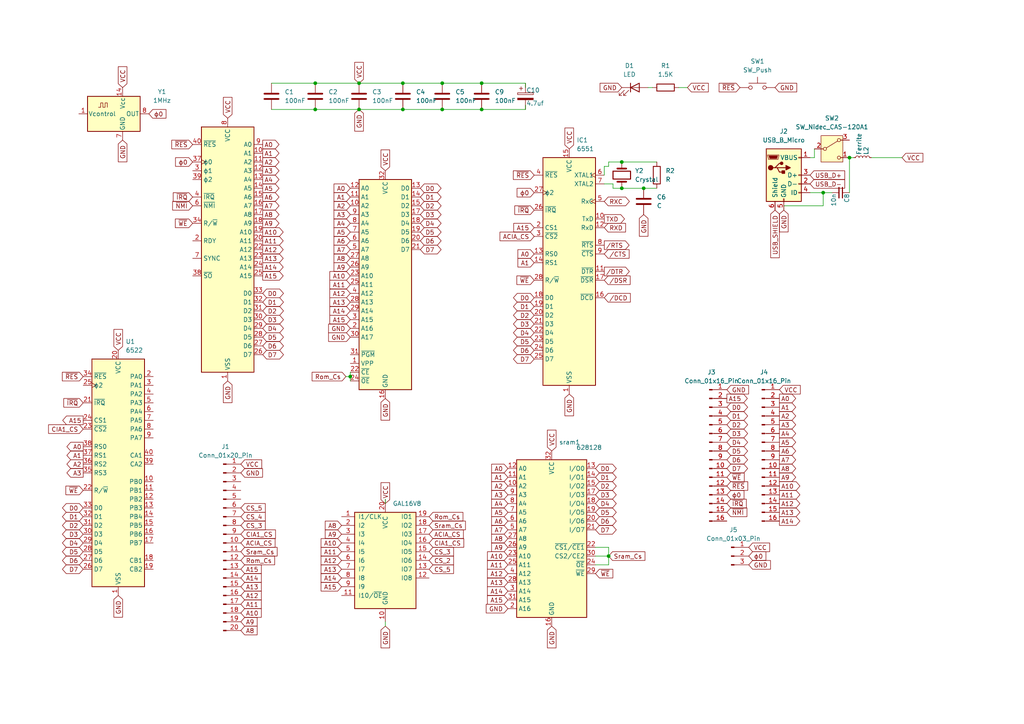
<source format=kicad_sch>
(kicad_sch (version 20250114) (generator "eeschema") (generator_version "9.0")
  (paper "A4")
  (junction (at 91.44 31.75))
  (junction (at 246.38 45.72))
  (junction (at 128.27 31.75))
  (junction (at 104.14 24.13))
  (junction (at 176.53 161.29))
  (junction (at 139.7 31.75))
  (junction (at 116.84 31.75))
  (junction (at 180.34 46.99))
  (junction (at 180.34 54.61))
  (junction (at 128.27 24.13))
  (junction (at 238.76 55.88))
  (junction (at 101.6 109.22))
  (junction (at 186.69 54.61))
  (junction (at 116.84 24.13))
  (junction (at 91.44 24.13))
  (junction (at 104.14 31.75))
  (junction (at 139.7 24.13))
  (wire (pts (xy 152.4 31.75) (xy 152.4 30.48)))
  (wire (pts (xy 177.8 53.34) (xy 177.8 54.61)))
  (wire (pts (xy 172.72 158.75) (xy 176.53 158.75)))
  (wire (pts (xy 238.76 55.88) (xy 234.95 55.88)))
  (wire (pts (xy 111.76 144.78) (xy 111.76 146.05)))
  (wire (pts (xy 246.38 45.72) (xy 246.38 55.88)))
  (wire (pts (xy 139.7 31.75) (xy 152.4 31.75)))
  (wire (pts (xy 139.7 24.13) (xy 152.4 24.13)))
  (wire (pts (xy 175.26 48.26) (xy 175.26 50.8)))
  (wire (pts (xy 176.53 158.75) (xy 176.53 161.29)))
  (wire (pts (xy 116.84 24.13) (xy 128.27 24.13)))
  (wire (pts (xy 101.6 109.22) (xy 101.6 110.49)))
  (wire (pts (xy 242.57 -125.73) (xy 238.76 -125.73)))
  (wire (pts (xy 177.8 54.61) (xy 180.34 54.61)))
  (wire (pts (xy 152.4 24.13) (xy 152.4 25.4)))
  (wire (pts (xy 252.73 45.72) (xy 261.62 45.72)))
  (wire (pts (xy 91.44 31.75) (xy 104.14 31.75)))
  (wire (pts (xy 186.69 54.61) (xy 190.5 54.61)))
  (wire (pts (xy 100.33 109.22) (xy 101.6 109.22)))
  (wire (pts (xy 245.11 -128.27) (xy 245.11 -132.08)))
  (wire (pts (xy 176.53 48.26) (xy 176.53 46.99)))
  (wire (pts (xy 111.76 180.34) (xy 111.76 181.61)))
  (wire (pts (xy 91.44 24.13) (xy 104.14 24.13)))
  (wire (pts (xy 238.76 -128.27) (xy 245.11 -128.27)))
  (wire (pts (xy 187.96 25.4) (xy 189.23 25.4)))
  (wire (pts (xy 234.95 45.72) (xy 236.22 45.72)))
  (wire (pts (xy 175.26 48.26) (xy 176.53 48.26)))
  (wire (pts (xy 246.38 45.72) (xy 247.65 45.72)))
  (wire (pts (xy 128.27 31.75) (xy 139.7 31.75)))
  (wire (pts (xy 176.53 161.29) (xy 176.53 163.83)))
  (wire (pts (xy 172.72 163.83) (xy 176.53 163.83)))
  (wire (pts (xy 241.3 55.88) (xy 238.76 55.88)))
  (wire (pts (xy 238.76 55.88) (xy 238.76 59.69)))
  (wire (pts (xy 104.14 24.13) (xy 116.84 24.13)))
  (wire (pts (xy 176.53 46.99) (xy 180.34 46.99)))
  (wire (pts (xy 78.74 31.75) (xy 91.44 31.75)))
  (wire (pts (xy 172.72 161.29) (xy 176.53 161.29)))
  (wire (pts (xy 238.76 59.69) (xy 227.33 59.69)))
  (wire (pts (xy 101.6 107.95) (xy 101.6 109.22)))
  (wire (pts (xy 116.84 31.75) (xy 128.27 31.75)))
  (wire (pts (xy 236.22 45.72) (xy 236.22 43.18)))
  (wire (pts (xy 180.34 54.61) (xy 186.69 54.61)))
  (wire (pts (xy 104.14 31.75) (xy 116.84 31.75)))
  (wire (pts (xy 196.85 25.4) (xy 199.39 25.4)))
  (wire (pts (xy 175.26 53.34) (xy 177.8 53.34)))
  (wire (pts (xy 128.27 24.13) (xy 139.7 24.13)))
  (wire (pts (xy 227.33 59.69) (xy 227.33 60.96)))
  (wire (pts (xy 180.34 46.99) (xy 190.5 46.99)))
  (wire (pts (xy 242.57 -123.19) (xy 242.57 -125.73)))
  (wire (pts (xy 78.74 24.13) (xy 91.44 24.13)))
  (global_label "D2" (shape tri_state) (at 172.72 140.97 0) (property "Intersheetrefs" "${INTERSHEET_REFS}" (effects (hide yes))))
  (global_label "GND" (shape input) (at 101.6 97.79 180) (property "Intersheetrefs" "${INTERSHEET_REFS}" (effects (hide yes))))
  (global_label "CS_3" (shape input) (at 69.85 152.4 0) (property "Intersheetrefs" "${INTERSHEET_REFS}" (effects (hide yes))))
  (global_label "A8" (shape input) (at 99.06 152.4 180) (property "Intersheetrefs" "${INTERSHEET_REFS}" (effects (hide yes))))
  (global_label "A12" (shape input) (at 99.06 162.56 180) (property "Intersheetrefs" "${INTERSHEET_REFS}" (effects (hide yes))))
  (global_label "A9" (shape output) (at 226.06 138.43 0) (property "Intersheetrefs" "${INTERSHEET_REFS}" (effects (hide yes))))
  (global_label "D2" (shape bidirectional) (at 76.2 90.17 0) (property "Intersheetrefs" "${INTERSHEET_REFS}" (effects (hide yes))))
  (global_label "VCC" (shape input) (at 255.27 -123.19 0) (property "Intersheetrefs" "${INTERSHEET_REFS}" (effects (hide yes))))
  (global_label "A14" (shape output) (at 226.06 151.13 0) (property "Intersheetrefs" "${INTERSHEET_REFS}" (effects (hide yes))))
  (global_label "~{RES}" (shape input) (at 210.82 140.97 0) (property "Intersheetrefs" "${INTERSHEET_REFS}" (effects (hide yes))))
  (global_label "D2" (shape bidirectional) (at 24.13 152.4 180) (property "Intersheetrefs" "${INTERSHEET_REFS}" (effects (hide yes))))
  (global_label "USB_D-" (shape input) (at 234.95 53.34 0) (property "Intersheetrefs" "${INTERSHEET_REFS}" (effects (hide yes))))
  (global_label "A15" (shape input) (at 154.94 66.04 180) (property "Intersheetrefs" "${INTERSHEET_REFS}" (effects (hide yes))))
  (global_label "GND" (shape input) (at 165.1 114.3 270) (property "Intersheetrefs" "${INTERSHEET_REFS}" (effects (hide yes))))
  (global_label "D7" (shape tri_state) (at 154.94 104.14 180) (property "Intersheetrefs" "${INTERSHEET_REFS}" (effects (hide yes))))
  (global_label "~{RES}" (shape input) (at 24.13 109.22 180) (property "Intersheetrefs" "${INTERSHEET_REFS}" (effects (hide yes))))
  (global_label "D0" (shape tri_state) (at 154.94 86.36 180) (property "Intersheetrefs" "${INTERSHEET_REFS}" (effects (hide yes))))
  (global_label "D1" (shape tri_state) (at 154.94 88.9 180) (property "Intersheetrefs" "${INTERSHEET_REFS}" (effects (hide yes))))
  (global_label "ϕ0" (shape input) (at 43.18 33.02 0) (property "Intersheetrefs" "${INTERSHEET_REFS}" (effects (hide yes))))
  (global_label "A5" (shape input) (at 147.32 148.59 180) (property "Intersheetrefs" "${INTERSHEET_REFS}" (effects (hide yes))))
  (global_label "A9" (shape input) (at 69.85 180.34 0) (property "Intersheetrefs" "${INTERSHEET_REFS}" (effects (hide yes))))
  (global_label "A8" (shape input) (at 69.85 182.88 0) (property "Intersheetrefs" "${INTERSHEET_REFS}" (effects (hide yes))))
  (global_label "A1" (shape input) (at 147.32 138.43 180) (property "Intersheetrefs" "${INTERSHEET_REFS}" (effects (hide yes))))
  (global_label "~{WE}" (shape input) (at 210.82 138.43 0) (property "Intersheetrefs" "${INTERSHEET_REFS}" (effects (hide yes))))
  (global_label "VCC" (shape input) (at 220.98 -161.29 90) (property "Intersheetrefs" "${INTERSHEET_REFS}" (effects (hide yes))))
  (global_label "~{IRQ}" (shape input) (at 154.94 60.96 180) (property "Intersheetrefs" "${INTERSHEET_REFS}" (effects (hide yes))))
  (global_label "D4" (shape bidirectional) (at 76.2 95.25 0) (property "Intersheetrefs" "${INTERSHEET_REFS}" (effects (hide yes))))
  (global_label "/CTS" (shape input) (at 175.26 73.66 0) (property "Intersheetrefs" "${INTERSHEET_REFS}" (effects (hide yes))))
  (global_label "D1" (shape tri_state) (at 172.72 138.43 0) (property "Intersheetrefs" "${INTERSHEET_REFS}" (effects (hide yes))))
  (global_label "VCC" (shape input) (at 160.02 130.81 90) (property "Intersheetrefs" "${INTERSHEET_REFS}" (effects (hide yes))))
  (global_label "A13" (shape input) (at 147.32 168.91 180) (property "Intersheetrefs" "${INTERSHEET_REFS}" (effects (hide yes))))
  (global_label "A11" (shape input) (at 147.32 163.83 180) (property "Intersheetrefs" "${INTERSHEET_REFS}" (effects (hide yes))))
  (global_label "VCC" (shape input) (at 257.81 -132.08 0) (property "Intersheetrefs" "${INTERSHEET_REFS}" (effects (hide yes))))
  (global_label "ϕ0" (shape input) (at 154.94 55.88 180) (property "Intersheetrefs" "${INTERSHEET_REFS}" (effects (hide yes))))
  (global_label "A0" (shape input) (at 147.32 135.89 180) (property "Intersheetrefs" "${INTERSHEET_REFS}" (effects (hide yes))))
  (global_label "GND" (shape input) (at 227.33 60.96 270) (property "Intersheetrefs" "${INTERSHEET_REFS}" (effects (hide yes))))
  (global_label "A13" (shape input) (at 99.06 165.1 180) (property "Intersheetrefs" "${INTERSHEET_REFS}" (effects (hide yes))))
  (global_label "USB_D-" (shape input) (at 198.12 -143.51 180) (property "Intersheetrefs" "${INTERSHEET_REFS}" (effects (hide yes))))
  (global_label "D6" (shape tri_state) (at 121.92 69.85 0) (property "Intersheetrefs" "${INTERSHEET_REFS}" (effects (hide yes))))
  (global_label "D5" (shape tri_state) (at 172.72 148.59 0) (property "Intersheetrefs" "${INTERSHEET_REFS}" (effects (hide yes))))
  (global_label "VCC" (shape input) (at 199.39 25.4 0) (property "Intersheetrefs" "${INTERSHEET_REFS}" (effects (hide yes))))
  (global_label "CS_2" (shape input) (at 124.46 162.56 0) (property "Intersheetrefs" "${INTERSHEET_REFS}" (effects (hide yes))))
  (global_label "VCC" (shape input) (at 111.76 146.05 90) (property "Intersheetrefs" "${INTERSHEET_REFS}" (effects (hide yes))))
  (global_label "VCC" (shape input) (at 111.76 49.53 90) (property "Intersheetrefs" "${INTERSHEET_REFS}" (effects (hide yes))))
  (global_label "D1" (shape tri_state) (at 210.82 120.65 0) (property "Intersheetrefs" "${INTERSHEET_REFS}" (effects (hide yes))))
  (global_label "A7" (shape output) (at 76.2 59.69 0) (property "Intersheetrefs" "${INTERSHEET_REFS}" (effects (hide yes))))
  (global_label "~{WE}" (shape input) (at 24.13 142.24 180) (property "Intersheetrefs" "${INTERSHEET_REFS}" (effects (hide yes))))
  (global_label "A12" (shape output) (at 226.06 146.05 0) (property "Intersheetrefs" "${INTERSHEET_REFS}" (effects (hide yes))))
  (global_label "A13" (shape input) (at 69.85 170.18 0) (property "Intersheetrefs" "${INTERSHEET_REFS}" (effects (hide yes))))
  (global_label "A8" (shape output) (at 226.06 135.89 0) (property "Intersheetrefs" "${INTERSHEET_REFS}" (effects (hide yes))))
  (global_label "D0" (shape tri_state) (at 172.72 135.89 0) (property "Intersheetrefs" "${INTERSHEET_REFS}" (effects (hide yes))))
  (global_label "VCC" (shape input) (at 34.29 101.6 90) (property "Intersheetrefs" "${INTERSHEET_REFS}" (effects (hide yes))))
  (global_label "A0" (shape input) (at 154.94 73.66 180) (property "Intersheetrefs" "${INTERSHEET_REFS}" (effects (hide yes))))
  (global_label "~{IRQ}" (shape input) (at 24.13 116.84 180) (property "Intersheetrefs" "${INTERSHEET_REFS}" (effects (hide yes))))
  (global_label "A5" (shape output) (at 76.2 54.61 0) (property "Intersheetrefs" "${INTERSHEET_REFS}" (effects (hide yes))))
  (global_label "A8" (shape output) (at 76.2 62.23 0) (property "Intersheetrefs" "${INTERSHEET_REFS}" (effects (hide yes))))
  (global_label "TXD" (shape output) (at 238.76 -153.67 0) (property "Intersheetrefs" "${INTERSHEET_REFS}" (effects (hide yes))))
  (global_label "A1" (shape output) (at 24.13 132.08 180) (property "Intersheetrefs" "${INTERSHEET_REFS}" (effects (hide yes))))
  (global_label "A9" (shape input) (at 147.32 158.75 180) (property "Intersheetrefs" "${INTERSHEET_REFS}" (effects (hide yes))))
  (global_label "A3" (shape output) (at 226.06 123.19 0) (property "Intersheetrefs" "${INTERSHEET_REFS}" (effects (hide yes))))
  (global_label "D4" (shape tri_state) (at 154.94 96.52 180) (property "Intersheetrefs" "${INTERSHEET_REFS}" (effects (hide yes))))
  (global_label "GND" (shape input) (at 193.04 -153.67 180) (property "Intersheetrefs" "${INTERSHEET_REFS}" (effects (hide yes))))
  (global_label "D3" (shape tri_state) (at 154.94 93.98 180) (property "Intersheetrefs" "${INTERSHEET_REFS}" (effects (hide yes))))
  (global_label "A6" (shape output) (at 226.06 130.81 0) (property "Intersheetrefs" "${INTERSHEET_REFS}" (effects (hide yes))))
  (global_label "A2" (shape input) (at 101.6 59.69 180) (property "Intersheetrefs" "${INTERSHEET_REFS}" (effects (hide yes))))
  (global_label "USB_SHIELD" (shape input) (at 224.79 60.96 270) (property "Intersheetrefs" "${INTERSHEET_REFS}" (effects (hide yes))))
  (global_label "GND" (shape input) (at 198.12 -118.11 180) (property "Intersheetrefs" "${INTERSHEET_REFS}" (effects (hide yes))))
  (global_label "Sram_Cs" (shape input) (at 176.53 161.29 0) (property "Intersheetrefs" "${INTERSHEET_REFS}" (effects (hide yes))))
  (global_label "D6" (shape bidirectional) (at 24.13 162.56 180) (property "Intersheetrefs" "${INTERSHEET_REFS}" (effects (hide yes))))
  (global_label "D7" (shape bidirectional) (at 24.13 165.1 180) (property "Intersheetrefs" "${INTERSHEET_REFS}" (effects (hide yes))))
  (global_label "A5" (shape input) (at 101.6 67.31 180) (property "Intersheetrefs" "${INTERSHEET_REFS}" (effects (hide yes))))
  (global_label "A11" (shape input) (at 101.6 82.55 180) (property "Intersheetrefs" "${INTERSHEET_REFS}" (effects (hide yes))))
  (global_label "D3" (shape bidirectional) (at 24.13 154.94 180) (property "Intersheetrefs" "${INTERSHEET_REFS}" (effects (hide yes))))
  (global_label "~{WE}" (shape input) (at 55.88 64.77 180) (property "Intersheetrefs" "${INTERSHEET_REFS}" (effects (hide yes))))
  (global_label "TXD" (shape output) (at 175.26 63.5 0) (property "Intersheetrefs" "${INTERSHEET_REFS}" (effects (hide yes))))
  (global_label "A11" (shape output) (at 226.06 143.51 0) (property "Intersheetrefs" "${INTERSHEET_REFS}" (effects (hide yes))))
  (global_label "VCC" (shape input) (at 35.56 25.4 90) (property "Intersheetrefs" "${INTERSHEET_REFS}" (effects (hide yes))))
  (global_label "ACIA_CS" (shape input) (at 69.85 157.48 0) (property "Intersheetrefs" "${INTERSHEET_REFS}" (effects (hide yes))))
  (global_label "CIA1_CS" (shape input) (at 24.13 124.46 180) (property "Intersheetrefs" "${INTERSHEET_REFS}" (effects (hide yes))))
  (global_label "VCC" (shape input) (at 261.62 45.72 0) (property "Intersheetrefs" "${INTERSHEET_REFS}" (effects (hide yes))))
  (global_label "USB_D+" (shape input) (at 234.95 50.8 0) (property "Intersheetrefs" "${INTERSHEET_REFS}" (effects (hide yes))))
  (global_label "A11" (shape input) (at 99.06 160.02 180) (property "Intersheetrefs" "${INTERSHEET_REFS}" (effects (hide yes))))
  (global_label "A2" (shape input) (at 147.32 140.97 180) (property "Intersheetrefs" "${INTERSHEET_REFS}" (effects (hide yes))))
  (global_label "A3" (shape input) (at 147.32 143.51 180) (property "Intersheetrefs" "${INTERSHEET_REFS}" (effects (hide yes))))
  (global_label "A11" (shape output) (at 76.2 69.85 0) (property "Intersheetrefs" "${INTERSHEET_REFS}" (effects (hide yes))))
  (global_label "CS_5" (shape input) (at 69.85 147.32 0) (property "Intersheetrefs" "${INTERSHEET_REFS}" (effects (hide yes))))
  (global_label "CS_4" (shape input) (at 69.85 149.86 0) (property "Intersheetrefs" "${INTERSHEET_REFS}" (effects (hide yes))))
  (global_label "Sram_Cs" (shape input) (at 69.85 160.02 0) (property "Intersheetrefs" "${INTERSHEET_REFS}" (effects (hide yes))))
  (global_label "A6" (shape input) (at 147.32 151.13 180) (property "Intersheetrefs" "${INTERSHEET_REFS}" (effects (hide yes))))
  (global_label "A11" (shape input) (at 69.85 175.26 0) (property "Intersheetrefs" "${INTERSHEET_REFS}" (effects (hide yes))))
  (global_label "~{NMI}" (shape input) (at 55.88 59.69 180) (property "Intersheetrefs" "${INTERSHEET_REFS}" (effects (hide yes))))
  (global_label "Rom_Cs" (shape input) (at 69.85 162.56 0) (property "Intersheetrefs" "${INTERSHEET_REFS}" (effects (hide yes))))
  (global_label "D4" (shape tri_state) (at 172.72 146.05 0) (property "Intersheetrefs" "${INTERSHEET_REFS}" (effects (hide yes))))
  (global_label "A10" (shape input) (at 99.06 157.48 180) (property "Intersheetrefs" "${INTERSHEET_REFS}" (effects (hide yes))))
  (global_label "A2" (shape output) (at 24.13 134.62 180) (property "Intersheetrefs" "${INTERSHEET_REFS}" (effects (hide yes))))
  (global_label "A15" (shape input) (at 99.06 170.18 180) (property "Intersheetrefs" "${INTERSHEET_REFS}" (effects (hide yes))))
  (global_label "A8" (shape input) (at 101.6 74.93 180) (property "Intersheetrefs" "${INTERSHEET_REFS}" (effects (hide yes))))
  (global_label "GND" (shape input) (at 220.98 -110.49 270) (property "Intersheetrefs" "${INTERSHEET_REFS}" (effects (hide yes))))
  (global_label "D5" (shape tri_state) (at 210.82 130.81 0) (property "Intersheetrefs" "${INTERSHEET_REFS}" (effects (hide yes))))
  (global_label "A14" (shape output) (at 76.2 77.47 0) (property "Intersheetrefs" "${INTERSHEET_REFS}" (effects (hide yes))))
  (global_label "D3" (shape tri_state) (at 121.92 62.23 0) (property "Intersheetrefs" "${INTERSHEET_REFS}" (effects (hide yes))))
  (global_label "D5" (shape bidirectional) (at 24.13 160.02 180) (property "Intersheetrefs" "${INTERSHEET_REFS}" (effects (hide yes))))
  (global_label "RXD" (shape input) (at 238.76 -151.13 0) (property "Intersheetrefs" "${INTERSHEET_REFS}" (effects (hide yes))))
  (global_label "A14" (shape input) (at 147.32 171.45 180) (property "Intersheetrefs" "${INTERSHEET_REFS}" (effects (hide yes))))
  (global_label "A15" (shape input) (at 101.6 92.71 180) (property "Intersheetrefs" "${INTERSHEET_REFS}" (effects (hide yes))))
  (global_label "D6" (shape bidirectional) (at 76.2 100.33 0) (property "Intersheetrefs" "${INTERSHEET_REFS}" (effects (hide yes))))
  (global_label "D0" (shape bidirectional) (at 24.13 147.32 180) (property "Intersheetrefs" "${INTERSHEET_REFS}" (effects (hide yes))))
  (global_label "A14" (shape input) (at 101.6 90.17 180) (property "Intersheetrefs" "${INTERSHEET_REFS}" (effects (hide yes))))
  (global_label "VCC" (shape input) (at 165.1 43.18 90) (property "Intersheetrefs" "${INTERSHEET_REFS}" (effects (hide yes))))
  (global_label "D3" (shape tri_state) (at 172.72 143.51 0) (property "Intersheetrefs" "${INTERSHEET_REFS}" (effects (hide yes))))
  (global_label "GND" (shape input) (at 218.44 -110.49 270) (property "Intersheetrefs" "${INTERSHEET_REFS}" (effects (hide yes))))
  (global_label "D7" (shape bidirectional) (at 76.2 102.87 0) (property "Intersheetrefs" "${INTERSHEET_REFS}" (effects (hide yes))))
  (global_label "CIA1_CS" (shape input) (at 69.85 154.94 0) (property "Intersheetrefs" "${INTERSHEET_REFS}" (effects (hide yes))))
  (global_label "D5" (shape tri_state) (at 154.94 99.06 180) (property "Intersheetrefs" "${INTERSHEET_REFS}" (effects (hide yes))))
  (global_label "A1" (shape output) (at 76.2 44.45 0) (property "Intersheetrefs" "${INTERSHEET_REFS}" (effects (hide yes))))
  (global_label "A1" (shape input) (at 154.94 76.2 180) (property "Intersheetrefs" "${INTERSHEET_REFS}" (effects (hide yes))))
  (global_label "GND" (shape input) (at 111.76 181.61 270) (property "Intersheetrefs" "${INTERSHEET_REFS}" (effects (hide yes))))
  (global_label "GND" (shape input) (at 223.52 -110.49 270) (property "Intersheetrefs" "${INTERSHEET_REFS}" (effects (hide yes))))
  (global_label "GND" (shape input) (at 147.32 176.53 180) (property "Intersheetrefs" "${INTERSHEET_REFS}" (effects (hide yes))))
  (global_label "GND" (shape input) (at 213.36 -110.49 270) (property "Intersheetrefs" "${INTERSHEET_REFS}" (effects (hide yes))))
  (global_label "A13" (shape output) (at 226.06 148.59 0) (property "Intersheetrefs" "${INTERSHEET_REFS}" (effects (hide yes))))
  (global_label "USB_D+" (shape input) (at 198.12 -146.05 180) (property "Intersheetrefs" "${INTERSHEET_REFS}" (effects (hide yes))))
  (global_label "A0" (shape output) (at 24.13 129.54 180) (property "Intersheetrefs" "${INTERSHEET_REFS}" (effects (hide yes))))
  (global_label "A12" (shape output) (at 76.2 72.39 0) (property "Intersheetrefs" "${INTERSHEET_REFS}" (effects (hide yes))))
  (global_label "A6" (shape input) (at 101.6 69.85 180) (property "Intersheetrefs" "${INTERSHEET_REFS}" (effects (hide yes))))
  (global_label "A7" (shape input) (at 147.32 153.67 180) (property "Intersheetrefs" "${INTERSHEET_REFS}" (effects (hide yes))))
  (global_label "A0" (shape output) (at 226.06 115.57 0) (property "Intersheetrefs" "${INTERSHEET_REFS}" (effects (hide yes))))
  (global_label "ACIA_CS" (shape input) (at 154.94 68.58 180) (property "Intersheetrefs" "${INTERSHEET_REFS}" (effects (hide yes))))
  (global_label "GND" (shape input) (at 35.56 40.64 270) (property "Intersheetrefs" "${INTERSHEET_REFS}" (effects (hide yes))))
  (global_label "CIA1_CS" (shape input) (at 124.46 157.48 0) (property "Intersheetrefs" "${INTERSHEET_REFS}" (effects (hide yes))))
  (global_label "VCC" (shape input) (at 69.85 134.62 0) (property "Intersheetrefs" "${INTERSHEET_REFS}" (effects (hide yes))))
  (global_label "D2" (shape tri_state) (at 210.82 123.19 0) (property "Intersheetrefs" "${INTERSHEET_REFS}" (effects (hide yes))))
  (global_label "VCC" (shape input) (at 226.06 113.03 0) (property "Intersheetrefs" "${INTERSHEET_REFS}" (effects (hide yes))))
  (global_label "A3" (shape input) (at 101.6 62.23 180) (property "Intersheetrefs" "${INTERSHEET_REFS}" (effects (hide yes))))
  (global_label "A4" (shape output) (at 76.2 52.07 0) (property "Intersheetrefs" "${INTERSHEET_REFS}" (effects (hide yes))))
  (global_label "A9" (shape output) (at 76.2 64.77 0) (property "Intersheetrefs" "${INTERSHEET_REFS}" (effects (hide yes))))
  (global_label "VCC" (shape input) (at 104.14 24.13 90) (property "Intersheetrefs" "${INTERSHEET_REFS}" (effects (hide yes))))
  (global_label "~{RES}" (shape input) (at 55.88 41.91 180) (property "Intersheetrefs" "${INTERSHEET_REFS}" (effects (hide yes))))
  (global_label "D1" (shape bidirectional) (at 24.13 149.86 180) (property "Intersheetrefs" "${INTERSHEET_REFS}" (effects (hide yes))))
  (global_label "D4" (shape tri_state) (at 210.82 128.27 0) (property "Intersheetrefs" "${INTERSHEET_REFS}" (effects (hide yes))))
  (global_label "D0" (shape bidirectional) (at 76.2 85.09 0) (property "Intersheetrefs" "${INTERSHEET_REFS}" (effects (hide yes))))
  (global_label "A10" (shape output) (at 76.2 67.31 0) (property "Intersheetrefs" "${INTERSHEET_REFS}" (effects (hide yes))))
  (global_label "D4" (shape bidirectional) (at 24.13 157.48 180) (property "Intersheetrefs" "${INTERSHEET_REFS}" (effects (hide yes))))
  (global_label "A12" (shape input) (at 147.32 166.37 180) (property "Intersheetrefs" "${INTERSHEET_REFS}" (effects (hide yes))))
  (global_label "D5" (shape tri_state) (at 121.92 67.31 0) (property "Intersheetrefs" "${INTERSHEET_REFS}" (effects (hide yes))))
  (global_label "ϕ0" (shape input) (at 210.82 143.51 0) (property "Intersheetrefs" "${INTERSHEET_REFS}" (effects (hide yes))))
  (global_label "VCC" (shape input) (at 217.17 158.75 0) (property "Intersheetrefs" "${INTERSHEET_REFS}" (effects (hide yes))))
  (global_label "A14" (shape input) (at 99.06 167.64 180) (property "Intersheetrefs" "${INTERSHEET_REFS}" (effects (hide yes))))
  (global_label "~{WE}" (shape input) (at 172.72 166.37 0) (property "Intersheetrefs" "${INTERSHEET_REFS}" (effects (hide yes))))
  (global_label "GND" (shape input) (at 104.14 31.75 270) (property "Intersheetrefs" "${INTERSHEET_REFS}" (effects (hide yes))))
  (global_label "A13" (shape input) (at 101.6 87.63 180) (property "Intersheetrefs" "${INTERSHEET_REFS}" (effects (hide yes))))
  (global_label "D5" (shape bidirectional) (at 76.2 97.79 0) (property "Intersheetrefs" "${INTERSHEET_REFS}" (effects (hide yes))))
  (global_label "ϕ0" (shape input) (at 55.88 46.99 180) (property "Intersheetrefs" "${INTERSHEET_REFS}" (effects (hide yes))))
  (global_label "D6" (shape tri_state) (at 172.72 151.13 0) (property "Intersheetrefs" "${INTERSHEET_REFS}" (effects (hide yes))))
  (global_label "A3" (shape output) (at 24.13 137.16 180) (property "Intersheetrefs" "${INTERSHEET_REFS}" (effects (hide yes))))
  (global_label "D2" (shape tri_state) (at 121.92 59.69 0) (property "Intersheetrefs" "${INTERSHEET_REFS}" (effects (hide yes))))
  (global_label "D1" (shape bidirectional) (at 76.2 87.63 0) (property "Intersheetrefs" "${INTERSHEET_REFS}" (effects (hide yes))))
  (global_label "D0" (shape tri_state) (at 210.82 118.11 0) (property "Intersheetrefs" "${INTERSHEET_REFS}" (effects (hide yes))))
  (global_label "GND" (shape input) (at 111.76 115.57 270) (property "Intersheetrefs" "${INTERSHEET_REFS}" (effects (hide yes))))
  (global_label "D3" (shape tri_state) (at 210.82 125.73 0) (property "Intersheetrefs" "${INTERSHEET_REFS}" (effects (hide yes))))
  (global_label "A10" (shape input) (at 147.32 161.29 180) (property "Intersheetrefs" "${INTERSHEET_REFS}" (effects (hide yes))))
  (global_label "ϕ0" (shape input) (at 217.17 161.29 0) (property "Intersheetrefs" "${INTERSHEET_REFS}" (effects (hide yes))))
  (global_label "D7" (shape tri_state) (at 121.92 72.39 0) (property "Intersheetrefs" "${INTERSHEET_REFS}" (effects (hide yes))))
  (global_label "~{RES}" (shape input) (at 198.12 -135.89 180) (property "Intersheetrefs" "${INTERSHEET_REFS}" (effects (hide yes))))
  (global_label "D1" (shape tri_state) (at 121.92 57.15 0) (property "Intersheetrefs" "${INTERSHEET_REFS}" (effects (hide yes))))
  (global_label "/DSR" (shape input) (at 175.26 81.28 0) (property "Intersheetrefs" "${INTERSHEET_REFS}" (effects (hide yes))))
  (global_label "Sram_Cs" (shape input) (at 124.46 152.4 0) (property "Intersheetrefs" "${INTERSHEET_REFS}" (effects (hide yes))))
  (global_label "~{IRQ}" (shape input) (at 210.82 146.05 0) (property "Intersheetrefs" "${INTERSHEET_REFS}" (effects (hide yes))))
  (global_label "A15" (shape output) (at 76.2 80.01 0) (property "Intersheetrefs" "${INTERSHEET_REFS}" (effects (hide yes))))
  (global_label "GND" (shape input) (at 160.02 181.61 270) (property "Intersheetrefs" "${INTERSHEET_REFS}" (effects (hide yes))))
  (global_label "A12" (shape input) (at 69.85 172.72 0) (property "Intersheetrefs" "${INTERSHEET_REFS}" (effects (hide yes))))
  (global_label "VCC" (shape input) (at 66.04 34.29 90) (property "Intersheetrefs" "${INTERSHEET_REFS}" (effects (hide yes))))
  (global_label "GND" (shape input) (at 101.6 95.25 180) (property "Intersheetrefs" "${INTERSHEET_REFS}" (effects (hide yes))))
  (global_label "A14" (shape input) (at 69.85 167.64 0) (property "Intersheetrefs" "${INTERSHEET_REFS}" (effects (hide yes))))
  (global_label "A15" (shape input) (at 147.32 173.99 180) (property "Intersheetrefs" "${INTERSHEET_REFS}" (effects (hide yes))))
  (global_label "A10" (shape output) (at 226.06 140.97 0) (property "Intersheetrefs" "${INTERSHEET_REFS}" (effects (hide yes))))
  (global_label "A7" (shape output) (at 226.06 133.35 0) (property "Intersheetrefs" "${INTERSHEET_REFS}" (effects (hide yes))))
  (global_label "A1" (shape output) (at 226.06 118.11 0) (property "Intersheetrefs" "${INTERSHEET_REFS}" (effects (hide yes))))
  (global_label "GND" (shape input) (at 210.82 113.03 0) (property "Intersheetrefs" "${INTERSHEET_REFS}" (effects (hide yes))))
  (global_label "A9" (shape input) (at 99.06 154.94 180) (property "Intersheetrefs" "${INTERSHEET_REFS}" (effects (hide yes))))
  (global_label "A4" (shape input) (at 147.32 146.05 180) (property "Intersheetrefs" "${INTERSHEET_REFS}" (effects (hide yes))))
  (global_label "A1" (shape input) (at 101.6 57.15 180) (property "Intersheetrefs" "${INTERSHEET_REFS}" (effects (hide yes))))
  (global_label "GND" (shape input) (at 69.85 137.16 0) (property "Intersheetrefs" "${INTERSHEET_REFS}" (effects (hide yes))))
  (global_label "A0" (shape input) (at 101.6 54.61 180) (property "Intersheetrefs" "${INTERSHEET_REFS}" (effects (hide yes))))
  (global_label "Rom_Cs" (shape input) (at 124.46 149.86 0) (property "Intersheetrefs" "${INTERSHEET_REFS}" (effects (hide yes))))
  (global_label "VCC" (shape input) (at 215.9 -161.29 90) (property "Intersheetrefs" "${INTERSHEET_REFS}" (effects (hide yes))))
  (global_label "A5" (shape output) (at 226.06 128.27 0) (property "Intersheetrefs" "${INTERSHEET_REFS}" (effects (hide yes))))
  (global_label "/DTR" (shape output) (at 175.26 78.74 0) (property "Intersheetrefs" "${INTERSHEET_REFS}" (effects (hide yes))))
  (global_label "GND" (shape input) (at 186.69 62.23 270) (property "Intersheetrefs" "${INTERSHEET_REFS}" (effects (hide yes))))
  (global_label "A13" (shape output) (at 76.2 74.93 0) (property "Intersheetrefs" "${INTERSHEET_REFS}" (effects (hide yes))))
  (global_label "A0" (shape output) (at 76.2 41.91 0) (property "Intersheetrefs" "${INTERSHEET_REFS}" (effects (hide yes))))
  (global_label "A10" (shape input) (at 101.6 80.01 180) (property "Intersheetrefs" "${INTERSHEET_REFS}" (effects (hide yes))))
  (global_label "A3" (shape output) (at 76.2 49.53 0) (property "Intersheetrefs" "${INTERSHEET_REFS}" (effects (hide yes))))
  (global_label "~{IRQ}" (shape input) (at 55.88 57.15 180) (property "Intersheetrefs" "${INTERSHEET_REFS}" (effects (hide yes))))
  (global_label "A15" (shape output) (at 210.82 115.57 0) (property "Intersheetrefs" "${INTERSHEET_REFS}" (effects (hide yes))))
  (global_label "D7" (shape tri_state) (at 210.82 135.89 0) (property "Intersheetrefs" "${INTERSHEET_REFS}" (effects (hide yes))))
  (global_label "CS_3" (shape input) (at 124.46 160.02 0) (property "Intersheetrefs" "${INTERSHEET_REFS}" (effects (hide yes))))
  (global_label "/DCD" (shape input) (at 175.26 86.36 0) (property "Intersheetrefs" "${INTERSHEET_REFS}" (effects (hide yes))))
  (global_label "~{NMI}" (shape input) (at 210.82 148.59 0) (property "Intersheetrefs" "${INTERSHEET_REFS}" (effects (hide yes))))
  (global_label "GND" (shape input) (at 34.29 172.72 270) (property "Intersheetrefs" "${INTERSHEET_REFS}" (effects (hide yes))))
  (global_label "D0" (shape tri_state) (at 121.92 54.61 0) (property "Intersheetrefs" "${INTERSHEET_REFS}" (effects (hide yes))))
  (global_label "/RTS" (shape output) (at 175.26 71.12 0) (property "Intersheetrefs" "${INTERSHEET_REFS}" (effects (hide yes))))
  (global_label "A2" (shape output) (at 226.06 120.65 0) (property "Intersheetrefs" "${INTERSHEET_REFS}" (effects (hide yes))))
  (global_label "A8" (shape input) (at 147.32 156.21 180) (property "Intersheetrefs" "${INTERSHEET_REFS}" (effects (hide yes))))
  (global_label "A12" (shape input) (at 101.6 85.09 180) (property "Intersheetrefs" "${INTERSHEET_REFS}" (effects (hide yes))))
  (global_label "D2" (shape tri_state) (at 154.94 91.44 180) (property "Intersheetrefs" "${INTERSHEET_REFS}" (effects (hide yes))))
  (global_label "~{RES}" (shape input) (at 154.94 50.8 180) (property "Intersheetrefs" "${INTERSHEET_REFS}" (effects (hide yes))))
  (global_label "A15" (shape input) (at 69.85 165.1 0) (property "Intersheetrefs" "${INTERSHEET_REFS}" (effects (hide yes))))
  (global_label "GND" (shape input) (at 224.79 25.4 0) (property "Intersheetrefs" "${INTERSHEET_REFS}" (effects (hide yes))))
  (global_label "A15" (shape output) (at 24.13 121.92 180) (property "Intersheetrefs" "${INTERSHEET_REFS}" (effects (hide yes))))
  (global_label "D3" (shape bidirectional) (at 76.2 92.71 0) (property "Intersheetrefs" "${INTERSHEET_REFS}" (effects (hide yes))))
  (global_label "D7" (shape tri_state) (at 172.72 153.67 0) (property "Intersheetrefs" "${INTERSHEET_REFS}" (effects (hide yes))))
  (global_label "Rom_Cs" (shape input) (at 100.33 109.22 180) (property "Intersheetrefs" "${INTERSHEET_REFS}" (effects (hide yes))))
  (global_label "GND" (shape input) (at 180.34 25.4 180) (property "Intersheetrefs" "${INTERSHEET_REFS}" (effects (hide yes))))
  (global_label "GND" (shape input) (at 66.04 110.49 270) (property "Intersheetrefs" "${INTERSHEET_REFS}" (effects (hide yes))))
  (global_label "A4" (shape output) (at 226.06 125.73 0) (property "Intersheetrefs" "${INTERSHEET_REFS}" (effects (hide yes))))
  (global_label "CS_5" (shape input) (at 124.46 165.1 0) (property "Intersheetrefs" "${INTERSHEET_REFS}" (effects (hide yes))))
  (global_label "A10" (shape input) (at 69.85 177.8 0) (property "Intersheetrefs" "${INTERSHEET_REFS}" (effects (hide yes))))
  (global_label "A6" (shape output) (at 76.2 57.15 0) (property "Intersheetrefs" "${INTERSHEET_REFS}" (effects (hide yes))))
  (global_label "D4" (shape tri_state) (at 121.92 64.77 0) (property "Intersheetrefs" "${INTERSHEET_REFS}" (effects (hide yes))))
  (global_label "~{RES}" (shape input) (at 214.63 25.4 180) (property "Intersheetrefs" "${INTERSHEET_REFS}" (effects (hide yes))))
  (global_label "A7" (shape input) (at 101.6 72.39 180) (property "Intersheetrefs" "${INTERSHEET_REFS}" (effects (hide yes))))
  (global_label "RXC" (shape bidirectional) (at 175.26 58.42 0) (property "Intersheetrefs" "${INTERSHEET_REFS}" (effects (hide yes))))
  (global_label "A2" (shape output) (at 76.2 46.99 0) (property "Intersheetrefs" "${INTERSHEET_REFS}" (effects (hide yes))))
  (global_label "RXD" (shape input) (at 175.26 66.04 0) (property "Intersheetrefs" "${INTERSHEET_REFS}" (effects (hide yes))))
  (global_label "ACIA_CS" (shape input) (at 124.46 154.94 0) (property "Intersheetrefs" "${INTERSHEET_REFS}" (effects (hide yes))))
  (global_label "D6" (shape tri_state) (at 154.94 101.6 180) (property "Intersheetrefs" "${INTERSHEET_REFS}" (effects (hide yes))))
  (global_label "GND" (shape input) (at 217.17 163.83 0) (property "Intersheetrefs" "${INTERSHEET_REFS}" (effects (hide yes))))
  (global_label "~{WE}" (shape input) (at 154.94 81.28 180) (property "Intersheetrefs" "${INTERSHEET_REFS}" (effects (hide yes))))
  (global_label "A4" (shape input) (at 101.6 64.77 180) (property "Intersheetrefs" "${INTERSHEET_REFS}" (effects (hide yes))))
  (global_label "D6" (shape tri_state) (at 210.82 133.35 0) (property "Intersheetrefs" "${INTERSHEET_REFS}" (effects (hide yes))))
  (global_label "A9" (shape input) (at 101.6 77.47 180) (property "Intersheetrefs" "${INTERSHEET_REFS}" (effects (hide yes))))
  (symbol (lib_id "Device:Crystal") (at 180.34 50.8 270) (unit 1)
    (property "Reference" "Y2" (at 184.15 49.5299 90) (effects (justify left)))
    (property "Value" "Crystal" (at 184.15 52.0699 90) (effects (justify left)))
    (property "Footprint" "Crystal:Crystal_HC18-U_Vertical" (effects (hide yes)))
    (property "Description" "Two pin crystal" (effects (hide yes)))
  )
  (symbol (lib_id "Device:C") (at 104.14 27.94 0) (unit 1)
    (property "Reference" "C3" (at 107.95 26.6699 0) (effects (justify left)))
    (property "Value" "100nF" (at 107.95 29.2099 0) (effects (justify left)))
    (property "Footprint" "Capacitor_THT:C_Disc_D5.0mm_W2.5mm_P2.50mm" (effects (hide yes)))
    (property "Description" "Unpolarized capacitor" (effects (hide yes)))
  )
  (symbol (lib_id "Device:C") (at 78.74 27.94 0) (unit 1)
    (property "Reference" "C1" (at 82.55 26.6699 0) (effects (justify left)))
    (property "Value" "100nF" (at 82.55 29.2099 0) (effects (justify left)))
    (property "Footprint" "Capacitor_THT:C_Disc_D5.0mm_W2.5mm_P2.50mm" (effects (hide yes)))
    (property "Description" "Unpolarized capacitor" (effects (hide yes)))
  )
  (symbol (lib_id "Device:C") (at 91.44 27.94 0) (unit 1)
    (property "Reference" "C2" (at 95.25 26.6699 0) (effects (justify left)))
    (property "Value" "100nF" (at 95.25 29.2099 0) (effects (justify left)))
    (property "Footprint" "Capacitor_THT:C_Disc_D5.0mm_W2.5mm_P2.50mm" (effects (hide yes)))
    (property "Description" "Unpolarized capacitor" (effects (hide yes)))
  )
  (symbol (lib_id "Device:C_Small") (at 195.58 -153.67 90) (unit 1)
    (property "Reference" "C7" (at 193.802 -153.924 0) (effects (justify left)))
    (property "Value" "100n" (at 197.612 -153.924 0) (effects (justify left)))
    (property "Footprint" "Capacitor_SMD:C_0603_1608Metric" (effects (hide yes)))
  )
  (symbol (lib_id "Device:R_Small") (at 252.73 -123.19 270) (unit 1)
    (property "Reference" "R6" (at 253.238 -122.428 0) (effects (justify left)))
    (property "Value" "270" (at 251.714 -122.428 0) (effects (justify left)))
    (property "Footprint" "Resistor_SMD:R_0603_1608Metric" (effects (hide yes)))
  )
  (symbol (lib_id "65xx-library:6551") (at 165.1 78.74 0) (unit 1)
    (property "Reference" "IC1" (at 167.2433 40.64 0) (effects (justify left)))
    (property "Value" "6551" (at 167.2433 43.18 0) (effects (justify left)))
    (property "Footprint" "Package_DIP:DIP-28_W15.24mm" (effects (hide yes)))
    (property "Datasheet" "http://www.6502.org/documents/datasheets/mos/mos_6551_acia.pdf" (effects (hide yes)))
    (property "Description" "NMOS Asynchronous Communication Interface Adapter (ACIA), Serial UART, DIP-28" (effects (hide yes)))
    (property "MF" "Pomona Electronics" (effects (hide yes)))
    (property "Description_1" "Probe, Oscilloscope, 1.2 m, 500 MHz, 500 V (Max.) 10 pF IEC Approved, 10x | Pomona Electronics 6551" (effects (hide yes)))
    (property "Package" "None" (effects (hide yes)))
    (property "Price" "None" (effects (hide yes)))
    (property "SnapEDA_Link" "https://www.snapeda.com/parts/6551/Pomona+Electronics/view-part/?ref=snap" (effects (hide yes)))
    (property "MP" "6551" (effects (hide yes)))
    (property "Availability" "Not in stock" (effects (hide yes)))
    (property "Check_prices" "https://www.snapeda.com/parts/6551/Pomona+Electronics/view-part/?ref=eda" (effects (hide yes)))
  )
  (symbol (lib_id "Device:L_Small") (at 250.19 45.72 270) (mirror x) (unit 1)
    (property "Reference" "L2" (at 251.206 44.958 0) (effects (justify left)))
    (property "Value" "Ferrite" (at 249.174 44.958 0) (effects (justify left)))
    (property "Footprint" "Inductor_SMD:L_0603_1608Metric" (effects (hide yes)))
  )
  (symbol (lib_id "Connector:Conn_01x03_Pin") (at 212.09 161.29 0) (unit 1)
    (property "Reference" "J5" (at 212.725 153.67 0))
    (property "Value" "Conn_01x03_Pin" (at 212.725 156.21 0))
    (property "Footprint" "Connector_PinHeader_2.54mm:PinHeader_1x03_P2.54mm_Vertical" (effects (hide yes)))
    (property "Description" "Generic connector, single row, 01x03, script generated" (effects (hide yes)))
  )
  (symbol (lib_id "Device:R_Small") (at 255.27 -132.08 270) (unit 1)
    (property "Reference" "R5" (at 255.778 -131.318 0) (effects (justify left)))
    (property "Value" "270" (at 254.254 -131.318 0) (effects (justify left)))
    (property "Footprint" "Resistor_SMD:R_0603_1608Metric" (effects (hide yes)))
  )
  (symbol (lib_id "Device:R") (at 190.5 50.8 0) (unit 1)
    (property "Reference" "R2" (at 193.04 49.5299 0) (effects (justify left)))
    (property "Value" "R" (at 193.04 52.0699 0) (effects (justify left)))
    (property "Footprint" "Resistor_SMD:R_0805_2012Metric_Pad1.20x1.40mm_HandSolder" (effects (hide yes)))
    (property "Description" "Resistor" (effects (hide yes)))
  )
  (symbol (lib_id "Interface_USB:FT232RL") (at 218.44 -135.89 0) (unit 1)
    (property "Reference" "U3" (at 201.93 -158.75 0) (effects (justify left)))
    (property "Value" "FT232RL" (at 228.6 -158.75 0) (effects (justify left)))
    (property "Footprint" "Package_SO:SSOP-28_5.3x10.2mm_P0.65mm" (effects (hide yes)))
  )
  (symbol (lib_id "Device:C") (at 128.27 27.94 0) (unit 1)
    (property "Reference" "C5" (at 132.08 26.6699 0) (effects (justify left)))
    (property "Value" "100nF" (at 132.08 29.2099 0) (effects (justify left)))
    (property "Footprint" "Capacitor_THT:C_Disc_D5.0mm_W2.5mm_P2.50mm" (effects (hide yes)))
    (property "Description" "Unpolarized capacitor" (effects (hide yes)))
  )
  (symbol (lib_id "Connector:Conn_01x16_Pin") (at 205.74 130.81 0) (unit 1)
    (property "Reference" "J3" (at 206.375 107.95 0))
    (property "Value" "Conn_01x16_Pin" (at 206.375 110.49 0))
    (property "Footprint" "Connector_PinHeader_2.54mm:PinHeader_1x16_P2.54mm_Vertical" (effects (hide yes)))
    (property "Description" "Generic connector, single row, 01x16, script generated" (effects (hide yes)))
  )
  (symbol (lib_id "Device:LED") (at 184.15 25.4 0) (unit 1)
    (property "Reference" "D1" (at 182.5625 19.05 0))
    (property "Value" "LED" (at 182.5625 21.59 0))
    (property "Footprint" "LED_THT:LED_D3.0mm" (effects (hide yes)))
    (property "Description" "Light emitting diode" (effects (hide yes)))
    (property "Sim.Pins" "1=K 2=A" (effects (hide yes)))
  )
  (symbol (lib_id "65xx-library:6522") (at 34.29 137.16 0) (unit 1)
    (property "Reference" "U1" (at 36.4333 99.06 0) (effects (justify left)))
    (property "Value" "6522" (at 36.4333 101.6 0) (effects (justify left)))
    (property "Footprint" "Package_DIP:DIP-40_W15.24mm" (effects (hide yes)))
    (property "Datasheet" "http://www.6502.org/documents/datasheets/mos/mos_6522_preliminary_nov_1977.pdf" (effects (hide yes)))
    (property "Description" "NMOS Versatile Interface Adapter (VIA), 20-pin I/O, 2 Timer/Counters, DIP-40" (effects (hide yes)))
  )
  (symbol (lib_id "Device:C") (at 116.84 27.94 0) (unit 1)
    (property "Reference" "C4" (at 120.65 26.6699 0) (effects (justify left)))
    (property "Value" "100nF" (at 120.65 29.2099 0) (effects (justify left)))
    (property "Footprint" "Capacitor_THT:C_Disc_D5.0mm_W2.5mm_P2.50mm" (effects (hide yes)))
    (property "Description" "Unpolarized capacitor" (effects (hide yes)))
  )
  (symbol (lib_id "Switch:SW_Push") (at 219.71 25.4 0) (unit 1)
    (property "Reference" "SW1" (at 219.71 17.78 0))
    (property "Value" "SW_Push" (at 219.71 20.32 0))
    (property "Footprint" "Button_Switch_THT:SW_Tactile_SKHH_Angled" (effects (hide yes)))
    (property "Description" "Push button switch, generic, two pins" (effects (hide yes)))
  )
  (symbol (lib_id "Memory_EPROM:27C020") (at 111.76 82.55 0) (unit 1)
    (property "Reference" "rom1" (effects (hide yes)))
    (property "Value" "27C020" (effects (hide yes)))
    (property "Footprint" "Package_DIP:DIP-32_W15.24mm" (effects (hide yes)))
    (property "Datasheet" "http://ww1.microchip.com/downloads/en/devicedoc/doc0570.pdf" (effects (hide yes)))
    (property "Description" "OTP EPROM 2 MiBit (256 Ki x 8 Bit)" (effects (hide yes)))
  )
  (symbol (lib_id "65xx-library:6502") (at 66.04 72.39 0) (unit 1)
    (property "Reference" "mos1" (effects (hide yes)))
    (property "Value" "6502" (effects (hide yes)))
    (property "Footprint" "Package_DIP:DIP-40_W15.24mm" (effects (hide yes)))
    (property "Datasheet" "http://www.6502.org/documents/datasheets/mos/mos_6500_mpu_mar_1980.pdf" (effects (hide yes)))
    (property "Description" "8-bit NMOS Microprocessor, 64K, DIP-40" (effects (hide yes)))
  )
  (symbol (lib_id "Oscillator:OCXO-14") (at 35.56 33.02 0) (unit 1)
    (property "Reference" "Y1" (at 46.99 26.5998 0))
    (property "Value" "1MHz" (at 46.99 29.1398 0))
    (property "Footprint" "Oscillator:Oscillator_DIP-14" (effects (hide yes)))
    (property "Datasheet" "http://www.petermann-technik.de/fileadmin/petermann/pdf/crystal-oscillators/OCXO-14_PETERMANN-TECHNIK.pdf" (effects (hide yes)))
    (property "Description" "Voltage-Controlled Crystal Clock Oscillator, DIP14-style metal package" (effects (hide yes)))
  )
  (symbol (lib_id "Device:C") (at 139.7 27.94 0) (unit 1)
    (property "Reference" "C9" (at 143.51 26.6699 0) (effects (justify left)))
    (property "Value" "100nF" (at 143.51 29.2099 0) (effects (justify left)))
    (property "Footprint" "Capacitor_THT:C_Disc_D5.0mm_W2.5mm_P2.50mm" (effects (hide yes)))
    (property "Description" "Unpolarized capacitor" (effects (hide yes)))
  )
  (symbol (lib_id "Device:LED") (at 248.92 -132.08 0) (unit 1)
    (property "Reference" "D3" (at 247.3325 -137.16 0))
    (property "Value" "LED" (at 247.3325 -134.62 0))
    (property "Footprint" "LED_SMD:LED_0805_2012Metric_Pad1.15x1.40mm_HandSolder" (effects (hide yes)))
    (property "Description" "Light emitting diode" (effects (hide yes)))
    (property "Sim.Pins" "1=K 2=A" (effects (hide yes)))
  )
  (symbol (lib_id "Memory_RAM:HM628128D_DIP32_SOP32") (at 160.02 156.21 0) (unit 1)
    (property "Reference" "sram1" (at 162.1633 128.27 0) (effects (justify left)))
    (property "Value" "628128" (at 167.132 129.794 0) (effects (justify left)))
    (property "Footprint" "Package_DIP:DIP-32_W15.24mm" (effects (hide yes)))
    (property "Datasheet" "http://www.futurlec.com/Datasheet/Memory/628128.pdf" (effects (hide yes)))
    (property "Description" "128K-word x 8-bit High-Speed CMOS Static RAM, 55/70ns, 5V supply, DIP-32/SOP-32" (effects (hide yes)))
  )
  (symbol (lib_id "Device:C") (at 186.69 58.42 0) (unit 1)
    (property "Reference" "C6" (at 190.5 57.1499 0) (effects (justify left)))
    (property "Value" "C" (at 190.5 59.6899 0) (effects (justify left)))
    (property "Footprint" "Capacitor_SMD:C_0805_2012Metric_Pad1.18x1.45mm_HandSolder" (effects (hide yes)))
    (property "Description" "Unpolarized capacitor" (effects (hide yes)))
  )
  (symbol (lib_id "Switch:SW_Nidec_CAS-120A1") (at 241.3 43.18 0) (unit 1)
    (property "Reference" "SW2" (at 241.3 34.29 0))
    (property "Value" "SW_Nidec_CAS-120A1" (at 241.3 36.83 0))
    (property "Footprint" "Button_Switch_THT:SW_Slide_SPDT_Angled_CK_OS102011MA1Q" (effects (hide yes)))
    (property "Datasheet" "https://www.nidec-components.com/e/catalog/switch/cas.pdf" (effects (hide yes)))
    (property "Description" "Switch, single pole double throw" (effects (hide yes)))
  )
  (symbol (lib_id "Connector:Conn_01x16_Pin") (at 220.98 130.81 0) (unit 1)
    (property "Reference" "J4" (at 221.615 107.95 0))
    (property "Value" "Conn_01x16_Pin" (at 221.615 110.49 0))
    (property "Footprint" "Connector_PinHeader_2.54mm:PinHeader_1x16_P2.54mm_Vertical" (effects (hide yes)))
    (property "Description" "Generic connector, single row, 01x16, script generated" (effects (hide yes)))
  )
  (symbol (lib_id "Logic_Programmable:GAL16V8") (at 111.76 162.56 0) (unit 1)
    (property "Reference" "gal1" (effects (hide yes)))
    (property "Value" "GAL16V8" (at 113.9033 146.05 0) (effects (justify left)))
    (property "Footprint" "Package_DIP:DIP-20_W7.62mm" (effects (hide yes)))
    (property "Description" "Programmable Logic Array, DIP-20/SOIC-20/PLCC-20" (effects (hide yes)))
  )
  (symbol (lib_id "Device:LED") (at 246.38 -123.19 0) (unit 1)
    (property "Reference" "D4" (at 244.7925 -128.27 0))
    (property "Value" "LED" (at 244.7925 -125.73 0))
    (property "Footprint" "LED_SMD:LED_0805_2012Metric_Pad1.15x1.40mm_HandSolder" (effects (hide yes)))
    (property "Description" "Light emitting diode" (effects (hide yes)))
    (property "Sim.Pins" "1=K 2=A" (effects (hide yes)))
  )
  (symbol (lib_id "Device:R") (at 193.04 25.4 270) (unit 1)
    (property "Reference" "R1" (at 193.04 19.05 90))
    (property "Value" "1.5K" (at 193.04 21.59 90))
    (property "Footprint" "Resistor_THT:R_Axial_DIN0207_L6.3mm_D2.5mm_P2.54mm_Vertical" (effects (hide yes)))
    (property "Description" "Resistor" (effects (hide yes)))
  )
  (symbol (lib_id "Connector:USB_B_Micro") (at 227.33 50.8 0) (unit 1)
    (property "Reference" "J2" (at 227.33 38.1 0))
    (property "Value" "USB_B_Micro" (at 227.33 40.64 0))
    (property "Footprint" "usb:Conn_USBmicro-B_ebay-side_TH" (effects (hide yes)))
    (property "Description" "USB Micro Type B connector" (effects (hide yes)))
  )
  (symbol (lib_id "Device:C_Polarized") (at 152.4 27.94 0) (unit 1)
    (property "Reference" "C10" (at 152.654 26.162 0) (effects (justify left)))
    (property "Value" "4.7uf" (at 152.654 29.972 0) (effects (justify left)))
    (property "Footprint" "Capacitor_SMD:C_0603_1608Metric" (effects (hide yes)))
    (property "Description" "Polarized capacitor" (effects (hide yes)))
  )
  (symbol (lib_id "Connector:Conn_01x20_Pin") (at 64.77 157.48 0) (unit 1)
    (property "Reference" "J1" (at 65.405 129.54 0))
    (property "Value" "Conn_01x20_Pin" (at 65.405 132.08 0))
    (property "Footprint" "Connector_PinHeader_2.54mm:PinHeader_1x20_P2.54mm_Vertical" (effects (hide yes)))
    (property "Description" "Generic connector, single row, 01x20, script generated" (effects (hide yes)))
  )
  (symbol (lib_id "Device:C_Small") (at 243.84 55.88 270) (unit 1)
    (property "Reference" "C8" (at 245.618 56.134 0) (effects (justify left)))
    (property "Value" "10n" (at 241.808 56.134 0) (effects (justify left)))
    (property "Footprint" "Capacitor_SMD:C_0603_1608Metric" (effects (hide yes)))
  )
)
</source>
